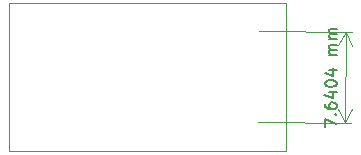
<source format=gbr>
%TF.GenerationSoftware,KiCad,Pcbnew,8.0.0*%
%TF.CreationDate,2024-03-03T18:29:18-05:00*%
%TF.ProjectId,usbreakout,75736272-6561-46b6-9f75-742e6b696361,rev?*%
%TF.SameCoordinates,Original*%
%TF.FileFunction,Profile,NP*%
%FSLAX46Y46*%
G04 Gerber Fmt 4.6, Leading zero omitted, Abs format (unit mm)*
G04 Created by KiCad (PCBNEW 8.0.0) date 2024-03-03 18:29:18*
%MOMM*%
%LPD*%
G01*
G04 APERTURE LIST*
%ADD10C,0.150000*%
%TA.AperFunction,Profile*%
%ADD11C,0.050000*%
%TD*%
G04 APERTURE END LIST*
D10*
X140720605Y-67434586D02*
X140727585Y-66767956D01*
X140727585Y-66767956D02*
X141723043Y-67206975D01*
X141636286Y-66396498D02*
X141684401Y-66349380D01*
X141684401Y-66349380D02*
X141731519Y-66397495D01*
X141731519Y-66397495D02*
X141683404Y-66444613D01*
X141683404Y-66444613D02*
X141636286Y-66396498D01*
X141636286Y-66396498D02*
X141731519Y-66397495D01*
X140741047Y-65482313D02*
X140739053Y-65672779D01*
X140739053Y-65672779D02*
X140785672Y-65768510D01*
X140785672Y-65768510D02*
X140832790Y-65816625D01*
X140832790Y-65816625D02*
X140974642Y-65913354D01*
X140974642Y-65913354D02*
X141164609Y-65962965D01*
X141164609Y-65962965D02*
X141545541Y-65966953D01*
X141545541Y-65966953D02*
X141641272Y-65920334D01*
X141641272Y-65920334D02*
X141689387Y-65873216D01*
X141689387Y-65873216D02*
X141738001Y-65778482D01*
X141738001Y-65778482D02*
X141739995Y-65588016D01*
X141739995Y-65588016D02*
X141693376Y-65492285D01*
X141693376Y-65492285D02*
X141646258Y-65444170D01*
X141646258Y-65444170D02*
X141551524Y-65395556D01*
X141551524Y-65395556D02*
X141313442Y-65393063D01*
X141313442Y-65393063D02*
X141217710Y-65439682D01*
X141217710Y-65439682D02*
X141169595Y-65486800D01*
X141169595Y-65486800D02*
X141120981Y-65581534D01*
X141120981Y-65581534D02*
X141118987Y-65772000D01*
X141118987Y-65772000D02*
X141165606Y-65867732D01*
X141165606Y-65867732D02*
X141212724Y-65915847D01*
X141212724Y-65915847D02*
X141307458Y-65964460D01*
X141084334Y-64533474D02*
X141750964Y-64540455D01*
X140700910Y-64767568D02*
X141412663Y-65013129D01*
X141412663Y-65013129D02*
X141419145Y-64394115D01*
X140758498Y-63815737D02*
X140759495Y-63720504D01*
X140759495Y-63720504D02*
X140808109Y-63625770D01*
X140808109Y-63625770D02*
X140856224Y-63578652D01*
X140856224Y-63578652D02*
X140951956Y-63532033D01*
X140951956Y-63532033D02*
X141142920Y-63486411D01*
X141142920Y-63486411D02*
X141381002Y-63488904D01*
X141381002Y-63488904D02*
X141570969Y-63538515D01*
X141570969Y-63538515D02*
X141665704Y-63587129D01*
X141665704Y-63587129D02*
X141712821Y-63635244D01*
X141712821Y-63635244D02*
X141759441Y-63730975D01*
X141759441Y-63730975D02*
X141758443Y-63826208D01*
X141758443Y-63826208D02*
X141709830Y-63920942D01*
X141709830Y-63920942D02*
X141661715Y-63968060D01*
X141661715Y-63968060D02*
X141565983Y-64014679D01*
X141565983Y-64014679D02*
X141375019Y-64060301D01*
X141375019Y-64060301D02*
X141136937Y-64057808D01*
X141136937Y-64057808D02*
X140946970Y-64008198D01*
X140946970Y-64008198D02*
X140852235Y-63959584D01*
X140852235Y-63959584D02*
X140805117Y-63911469D01*
X140805117Y-63911469D02*
X140758498Y-63815737D01*
X141104278Y-62628817D02*
X141770908Y-62635797D01*
X140720854Y-62862910D02*
X141432607Y-63108471D01*
X141432607Y-63108471D02*
X141439089Y-62489457D01*
X141784371Y-61350153D02*
X141117741Y-61343173D01*
X141212973Y-61344170D02*
X141165856Y-61296055D01*
X141165856Y-61296055D02*
X141119236Y-61200323D01*
X141119236Y-61200323D02*
X141120732Y-61057474D01*
X141120732Y-61057474D02*
X141169346Y-60962740D01*
X141169346Y-60962740D02*
X141265077Y-60916120D01*
X141265077Y-60916120D02*
X141788858Y-60921605D01*
X141265077Y-60916120D02*
X141170343Y-60867507D01*
X141170343Y-60867507D02*
X141123724Y-60771775D01*
X141123724Y-60771775D02*
X141125220Y-60628926D01*
X141125220Y-60628926D02*
X141173833Y-60534192D01*
X141173833Y-60534192D02*
X141269565Y-60487572D01*
X141269565Y-60487572D02*
X141793346Y-60493057D01*
X141798332Y-60016893D02*
X141131701Y-60009913D01*
X141226934Y-60010910D02*
X141179816Y-59962795D01*
X141179816Y-59962795D02*
X141133197Y-59867063D01*
X141133197Y-59867063D02*
X141134693Y-59724214D01*
X141134693Y-59724214D02*
X141183307Y-59629480D01*
X141183307Y-59629480D02*
X141279038Y-59582860D01*
X141279038Y-59582860D02*
X141802819Y-59588345D01*
X141279038Y-59582860D02*
X141184304Y-59534247D01*
X141184304Y-59534247D02*
X141137685Y-59438515D01*
X141137685Y-59438515D02*
X141139180Y-59295666D01*
X141139180Y-59295666D02*
X141187794Y-59200932D01*
X141187794Y-59200932D02*
X141283526Y-59154313D01*
X141283526Y-59154313D02*
X141807306Y-59159797D01*
D11*
X135159973Y-59365235D02*
X143085958Y-59448230D01*
X135079973Y-67005235D02*
X143005958Y-67088230D01*
X142499570Y-59442090D02*
X142419570Y-67082090D01*
X142499570Y-59442090D02*
X142419570Y-67082090D01*
X142499570Y-59442090D02*
X143074163Y-60574672D01*
X142499570Y-59442090D02*
X141901386Y-60562392D01*
X142419570Y-67082090D02*
X141844977Y-65949508D01*
X142419570Y-67082090D02*
X143017754Y-65961788D01*
X114000000Y-57000000D02*
X137500000Y-57000000D01*
X137500000Y-69500000D01*
X114000000Y-69500000D01*
X114000000Y-57000000D01*
M02*

</source>
